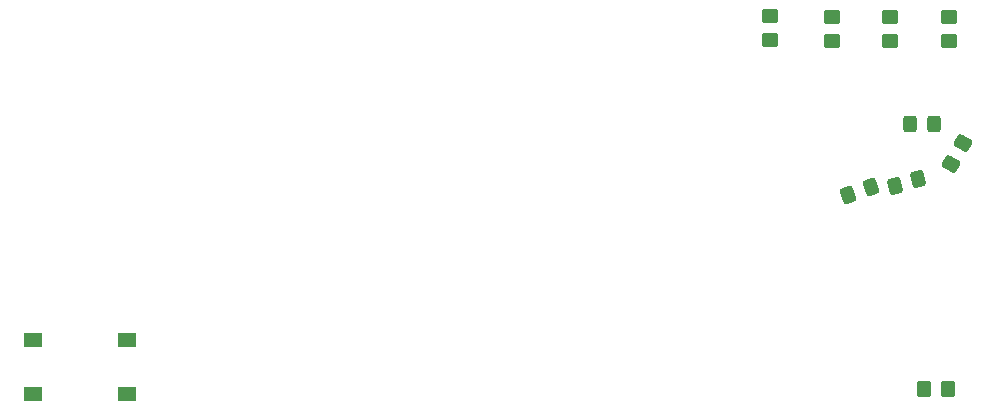
<source format=gtp>
G04 #@! TF.GenerationSoftware,KiCad,Pcbnew,(6.0.0)*
G04 #@! TF.CreationDate,2022-05-24T10:02:23+02:00*
G04 #@! TF.ProjectId,drawing.kicad_v3.0_pcb,64726177-696e-4672-9e6b-696361645f76,v2.2*
G04 #@! TF.SameCoordinates,Original*
G04 #@! TF.FileFunction,Paste,Top*
G04 #@! TF.FilePolarity,Positive*
%FSLAX46Y46*%
G04 Gerber Fmt 4.6, Leading zero omitted, Abs format (unit mm)*
G04 Created by KiCad (PCBNEW (6.0.0)) date 2022-05-24 10:02:23*
%MOMM*%
%LPD*%
G01*
G04 APERTURE LIST*
G04 Aperture macros list*
%AMRoundRect*
0 Rectangle with rounded corners*
0 $1 Rounding radius*
0 $2 $3 $4 $5 $6 $7 $8 $9 X,Y pos of 4 corners*
0 Add a 4 corners polygon primitive as box body*
4,1,4,$2,$3,$4,$5,$6,$7,$8,$9,$2,$3,0*
0 Add four circle primitives for the rounded corners*
1,1,$1+$1,$2,$3*
1,1,$1+$1,$4,$5*
1,1,$1+$1,$6,$7*
1,1,$1+$1,$8,$9*
0 Add four rect primitives between the rounded corners*
20,1,$1+$1,$2,$3,$4,$5,0*
20,1,$1+$1,$4,$5,$6,$7,0*
20,1,$1+$1,$6,$7,$8,$9,0*
20,1,$1+$1,$8,$9,$2,$3,0*%
G04 Aperture macros list end*
%ADD10RoundRect,0.250000X-0.151491X-0.534018X0.459309X-0.311705X0.151491X0.534018X-0.459309X0.311705X0*%
%ADD11RoundRect,0.250000X-0.197457X-0.518783X0.430394X-0.350550X0.197457X0.518783X-0.430394X0.350550X0*%
%ADD12RoundRect,0.250000X0.227211X-0.506458X0.552211X0.056458X-0.227211X0.506458X-0.552211X-0.056458X0*%
%ADD13RoundRect,0.250000X-0.325000X-0.450000X0.325000X-0.450000X0.325000X0.450000X-0.325000X0.450000X0*%
%ADD14RoundRect,0.250000X0.450000X-0.350000X0.450000X0.350000X-0.450000X0.350000X-0.450000X-0.350000X0*%
%ADD15R,1.550000X1.300000*%
%ADD16RoundRect,0.250000X-0.350000X-0.450000X0.350000X-0.450000X0.350000X0.450000X-0.350000X0.450000X0*%
G04 APERTURE END LIST*
D10*
X186920615Y-78861971D03*
X188846985Y-78160829D03*
D11*
X190905766Y-78035010D03*
X192885914Y-77504430D03*
D12*
X195677100Y-76249476D03*
X196702100Y-74474124D03*
D13*
X192208040Y-72864980D03*
X194258040Y-72864980D03*
D14*
X180365400Y-65719200D03*
X180365400Y-63719200D03*
X185572400Y-65770000D03*
X185572400Y-63770000D03*
X195453000Y-65770000D03*
X195453000Y-63770000D03*
X190500000Y-65770000D03*
X190500000Y-63770000D03*
D15*
X125875000Y-95645800D03*
X117925000Y-95645800D03*
X125875000Y-91145800D03*
X117925000Y-91145800D03*
D16*
X193411600Y-95224600D03*
X195411600Y-95224600D03*
M02*

</source>
